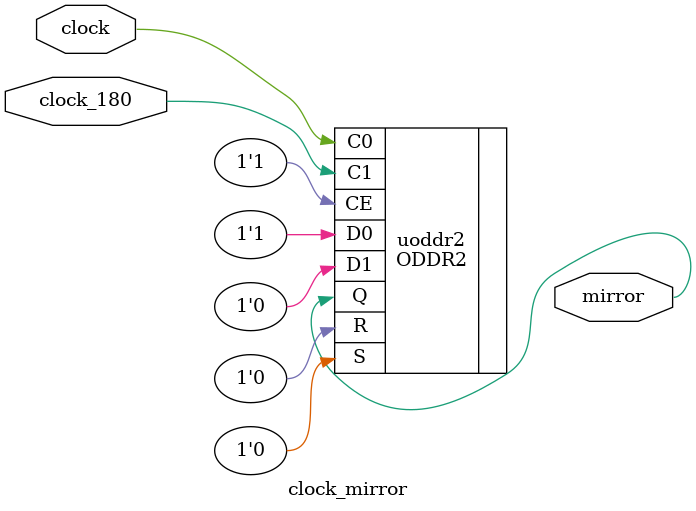
<source format=v>
`timescale 1ps / 1ps
	module clock_mirror (input clock, input clock_180, output mirror);

	ODDR2 #(
	.DDR_ALIGNMENT	("NONE"),			// Sets output alignment to "NONE", "C0" or "C1"
	.INIT			(1'b0),				// Sets initial state of the Q output to 1'b0 or 1'b1
	.SRTYPE			("SYNC")			// Specifies "SYNC" or "ASYNC" set/reset
	) uoddr2 (
	.C0				(clock),			// In	1-bit clock
	.C1				(clock_180),		// In	1-bit clock
	.CE				(1'b1),				// In	1-bit clock enable
	.R				(1'b0),				// In	1-bit reset
	.S				(1'b0),				// In	1-bit set
	.D0				(1'b1),				// In	1-bit data associated with C0
	.D1				(1'b0),				// In	1-bit data associated with C1
	.Q				(mirror)			// Out	1-bit DDR data
	);

	endmodule
//------------------------------------------------------------------------------------------------------------------
// End of clock_mirror.v
//------------------------------------------------------------------------------------------------------------------

</source>
